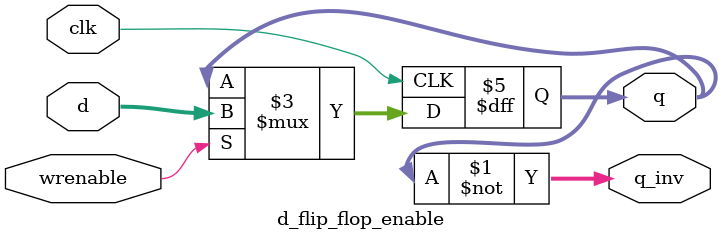
<source format=v>

/*-----------------------------------------------------------------------------
D-flip flop and D-flip-flop with enable
-----------------------------------------------------------------------------*/

module d_flip_flop
#(parameter width = 8, parameter initial_q = 0)
(
output reg[width-1:0] q,
output wire[width-1:0] q_inv,
input [width-1:0]      d,
input                 clk
);
initial q=initial_q;
    assign q_inv = ~q;
    always @(posedge clk) begin
        q <= d;
    end
endmodule


module d_flip_flop_enable
#(parameter width = 8)
(
output reg[width-1:0] q,
output wire[width-1:0] q_inv,
input[width-1:0]      d,
input                 wrenable,
input                 clk
);
    assign q_inv = ~q;
    always @(posedge clk) begin
        if(wrenable) begin
            q <= d;
        end
    end
endmodule

</source>
